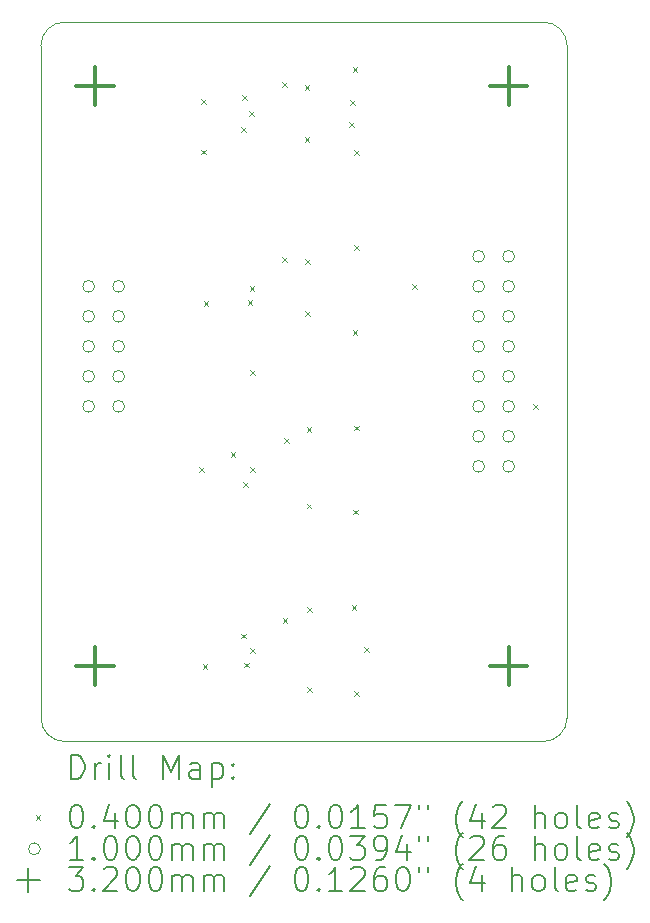
<source format=gbr>
%TF.GenerationSoftware,KiCad,Pcbnew,7.0.10*%
%TF.CreationDate,2024-06-09T22:37:09-03:00*%
%TF.ProjectId,level_translator_4ch,6c657665-6c5f-4747-9261-6e736c61746f,rev?*%
%TF.SameCoordinates,Original*%
%TF.FileFunction,Drillmap*%
%TF.FilePolarity,Positive*%
%FSLAX45Y45*%
G04 Gerber Fmt 4.5, Leading zero omitted, Abs format (unit mm)*
G04 Created by KiCad (PCBNEW 7.0.10) date 2024-06-09 22:37:09*
%MOMM*%
%LPD*%
G01*
G04 APERTURE LIST*
%ADD10C,0.100000*%
%ADD11C,0.200000*%
%ADD12C,0.320000*%
G04 APERTURE END LIST*
D10*
X11844020Y-13056260D02*
X11844020Y-7365340D01*
X16099180Y-13256260D02*
G75*
G03*
X16299180Y-13056260I0J200000D01*
G01*
X16299180Y-7365340D02*
X16299180Y-13056260D01*
X16299180Y-7365340D02*
G75*
G03*
X16099180Y-7165340I-200000J0D01*
G01*
X12044020Y-7165340D02*
X16099180Y-7165340D01*
X16099180Y-13256260D02*
X12044020Y-13256260D01*
X11844020Y-13056260D02*
G75*
G03*
X12044020Y-13256260I200000J0D01*
G01*
X12044020Y-7165340D02*
G75*
G03*
X11844020Y-7365340I0J-200000D01*
G01*
D11*
D10*
X13182920Y-10935020D02*
X13222920Y-10975020D01*
X13222920Y-10935020D02*
X13182920Y-10975020D01*
X13200700Y-8245160D02*
X13240700Y-8285160D01*
X13240700Y-8245160D02*
X13200700Y-8285160D01*
X13203240Y-7815900D02*
X13243240Y-7855900D01*
X13243240Y-7815900D02*
X13203240Y-7855900D01*
X13213400Y-12601260D02*
X13253400Y-12641260D01*
X13253400Y-12601260D02*
X13213400Y-12641260D01*
X13221020Y-9525320D02*
X13261020Y-9565320D01*
X13261020Y-9525320D02*
X13221020Y-9565320D01*
X13449620Y-10808020D02*
X13489620Y-10848020D01*
X13489620Y-10808020D02*
X13449620Y-10848020D01*
X13539790Y-12343450D02*
X13579790Y-12383450D01*
X13579790Y-12343450D02*
X13539790Y-12383450D01*
X13541060Y-8052120D02*
X13581060Y-8092120D01*
X13581060Y-8052120D02*
X13541060Y-8092120D01*
X13546140Y-7785420D02*
X13586140Y-7825420D01*
X13586140Y-7785420D02*
X13546140Y-7825420D01*
X13557570Y-11058210D02*
X13597570Y-11098210D01*
X13597570Y-11058210D02*
X13557570Y-11098210D01*
X13565190Y-12589830D02*
X13605190Y-12629830D01*
X13605190Y-12589830D02*
X13565190Y-12629830D01*
X13594400Y-9520240D02*
X13634400Y-9560240D01*
X13634400Y-9520240D02*
X13594400Y-9560240D01*
X13609640Y-7921060D02*
X13649640Y-7961060D01*
X13649640Y-7921060D02*
X13609640Y-7961060D01*
X13612180Y-9403400D02*
X13652180Y-9443400D01*
X13652180Y-9403400D02*
X13612180Y-9443400D01*
X13614720Y-10109520D02*
X13654720Y-10149520D01*
X13654720Y-10109520D02*
X13614720Y-10149520D01*
X13614720Y-10930960D02*
X13654720Y-10970960D01*
X13654720Y-10930960D02*
X13614720Y-10970960D01*
X13614720Y-12464100D02*
X13654720Y-12504100D01*
X13654720Y-12464100D02*
X13614720Y-12504100D01*
X13883960Y-7673660D02*
X13923960Y-7713660D01*
X13923960Y-7673660D02*
X13883960Y-7713660D01*
X13886500Y-9157020D02*
X13926500Y-9197020D01*
X13926500Y-9157020D02*
X13886500Y-9197020D01*
X13891580Y-12212640D02*
X13931580Y-12252640D01*
X13931580Y-12212640D02*
X13891580Y-12252640D01*
X13904280Y-10688640D02*
X13944280Y-10728640D01*
X13944280Y-10688640D02*
X13904280Y-10728640D01*
X14077000Y-7696520D02*
X14117000Y-7736520D01*
X14117000Y-7696520D02*
X14077000Y-7736520D01*
X14077000Y-8141020D02*
X14117000Y-8181020D01*
X14117000Y-8141020D02*
X14077000Y-8181020D01*
X14082080Y-9174800D02*
X14122080Y-9214800D01*
X14122080Y-9174800D02*
X14082080Y-9214800D01*
X14082080Y-9614220D02*
X14122080Y-9654220D01*
X14122080Y-9614220D02*
X14082080Y-9654220D01*
X14094780Y-10592120D02*
X14134780Y-10632120D01*
X14134780Y-10592120D02*
X14094780Y-10632120D01*
X14094780Y-11242360D02*
X14134780Y-11282360D01*
X14134780Y-11242360D02*
X14094780Y-11282360D01*
X14097320Y-12116120D02*
X14137320Y-12156120D01*
X14137320Y-12116120D02*
X14097320Y-12156120D01*
X14097320Y-12796840D02*
X14137320Y-12836840D01*
X14137320Y-12796840D02*
X14097320Y-12836840D01*
X14455460Y-8015340D02*
X14495460Y-8055340D01*
X14495460Y-8015340D02*
X14455460Y-8055340D01*
X14460540Y-7827280D02*
X14500540Y-7867280D01*
X14500540Y-7827280D02*
X14460540Y-7867280D01*
X14475780Y-12100880D02*
X14515780Y-12140880D01*
X14515780Y-12100880D02*
X14475780Y-12140880D01*
X14483400Y-7546660D02*
X14523400Y-7586660D01*
X14523400Y-7546660D02*
X14483400Y-7586660D01*
X14483400Y-9771700D02*
X14523400Y-9811700D01*
X14523400Y-9771700D02*
X14483400Y-9811700D01*
X14485940Y-11293160D02*
X14525940Y-11333160D01*
X14525940Y-11293160D02*
X14485940Y-11333160D01*
X14493560Y-8247700D02*
X14533560Y-8287700D01*
X14533560Y-8247700D02*
X14493560Y-8287700D01*
X14493560Y-9055420D02*
X14533560Y-9095420D01*
X14533560Y-9055420D02*
X14493560Y-9095420D01*
X14496100Y-10581960D02*
X14536100Y-10621960D01*
X14536100Y-10581960D02*
X14496100Y-10621960D01*
X14496100Y-12827320D02*
X14536100Y-12867320D01*
X14536100Y-12827320D02*
X14496100Y-12867320D01*
X14582460Y-12459020D02*
X14622460Y-12499020D01*
X14622460Y-12459020D02*
X14582460Y-12499020D01*
X14988860Y-9385620D02*
X15028860Y-9425620D01*
X15028860Y-9385620D02*
X14988860Y-9425620D01*
X16009940Y-10399080D02*
X16049940Y-10439080D01*
X16049940Y-10399080D02*
X16009940Y-10439080D01*
X12297880Y-9403080D02*
G75*
G03*
X12197880Y-9403080I-50000J0D01*
G01*
X12197880Y-9403080D02*
G75*
G03*
X12297880Y-9403080I50000J0D01*
G01*
X12297880Y-9657080D02*
G75*
G03*
X12197880Y-9657080I-50000J0D01*
G01*
X12197880Y-9657080D02*
G75*
G03*
X12297880Y-9657080I50000J0D01*
G01*
X12297880Y-9911080D02*
G75*
G03*
X12197880Y-9911080I-50000J0D01*
G01*
X12197880Y-9911080D02*
G75*
G03*
X12297880Y-9911080I50000J0D01*
G01*
X12297880Y-10165080D02*
G75*
G03*
X12197880Y-10165080I-50000J0D01*
G01*
X12197880Y-10165080D02*
G75*
G03*
X12297880Y-10165080I50000J0D01*
G01*
X12297880Y-10419080D02*
G75*
G03*
X12197880Y-10419080I-50000J0D01*
G01*
X12197880Y-10419080D02*
G75*
G03*
X12297880Y-10419080I50000J0D01*
G01*
X12551880Y-9403080D02*
G75*
G03*
X12451880Y-9403080I-50000J0D01*
G01*
X12451880Y-9403080D02*
G75*
G03*
X12551880Y-9403080I50000J0D01*
G01*
X12551880Y-9657080D02*
G75*
G03*
X12451880Y-9657080I-50000J0D01*
G01*
X12451880Y-9657080D02*
G75*
G03*
X12551880Y-9657080I50000J0D01*
G01*
X12551880Y-9911080D02*
G75*
G03*
X12451880Y-9911080I-50000J0D01*
G01*
X12451880Y-9911080D02*
G75*
G03*
X12551880Y-9911080I50000J0D01*
G01*
X12551880Y-10165080D02*
G75*
G03*
X12451880Y-10165080I-50000J0D01*
G01*
X12451880Y-10165080D02*
G75*
G03*
X12551880Y-10165080I50000J0D01*
G01*
X12551880Y-10419080D02*
G75*
G03*
X12451880Y-10419080I-50000J0D01*
G01*
X12451880Y-10419080D02*
G75*
G03*
X12551880Y-10419080I50000J0D01*
G01*
X15599880Y-9149080D02*
G75*
G03*
X15499880Y-9149080I-50000J0D01*
G01*
X15499880Y-9149080D02*
G75*
G03*
X15599880Y-9149080I50000J0D01*
G01*
X15599880Y-9403080D02*
G75*
G03*
X15499880Y-9403080I-50000J0D01*
G01*
X15499880Y-9403080D02*
G75*
G03*
X15599880Y-9403080I50000J0D01*
G01*
X15599880Y-9657080D02*
G75*
G03*
X15499880Y-9657080I-50000J0D01*
G01*
X15499880Y-9657080D02*
G75*
G03*
X15599880Y-9657080I50000J0D01*
G01*
X15599880Y-9911080D02*
G75*
G03*
X15499880Y-9911080I-50000J0D01*
G01*
X15499880Y-9911080D02*
G75*
G03*
X15599880Y-9911080I50000J0D01*
G01*
X15599880Y-10165080D02*
G75*
G03*
X15499880Y-10165080I-50000J0D01*
G01*
X15499880Y-10165080D02*
G75*
G03*
X15599880Y-10165080I50000J0D01*
G01*
X15599880Y-10419080D02*
G75*
G03*
X15499880Y-10419080I-50000J0D01*
G01*
X15499880Y-10419080D02*
G75*
G03*
X15599880Y-10419080I50000J0D01*
G01*
X15599880Y-10673080D02*
G75*
G03*
X15499880Y-10673080I-50000J0D01*
G01*
X15499880Y-10673080D02*
G75*
G03*
X15599880Y-10673080I50000J0D01*
G01*
X15599880Y-10927080D02*
G75*
G03*
X15499880Y-10927080I-50000J0D01*
G01*
X15499880Y-10927080D02*
G75*
G03*
X15599880Y-10927080I50000J0D01*
G01*
X15853880Y-9149080D02*
G75*
G03*
X15753880Y-9149080I-50000J0D01*
G01*
X15753880Y-9149080D02*
G75*
G03*
X15853880Y-9149080I50000J0D01*
G01*
X15853880Y-9403080D02*
G75*
G03*
X15753880Y-9403080I-50000J0D01*
G01*
X15753880Y-9403080D02*
G75*
G03*
X15853880Y-9403080I50000J0D01*
G01*
X15853880Y-9657080D02*
G75*
G03*
X15753880Y-9657080I-50000J0D01*
G01*
X15753880Y-9657080D02*
G75*
G03*
X15853880Y-9657080I50000J0D01*
G01*
X15853880Y-9911080D02*
G75*
G03*
X15753880Y-9911080I-50000J0D01*
G01*
X15753880Y-9911080D02*
G75*
G03*
X15853880Y-9911080I50000J0D01*
G01*
X15853880Y-10165080D02*
G75*
G03*
X15753880Y-10165080I-50000J0D01*
G01*
X15753880Y-10165080D02*
G75*
G03*
X15853880Y-10165080I50000J0D01*
G01*
X15853880Y-10419080D02*
G75*
G03*
X15753880Y-10419080I-50000J0D01*
G01*
X15753880Y-10419080D02*
G75*
G03*
X15853880Y-10419080I50000J0D01*
G01*
X15853880Y-10673080D02*
G75*
G03*
X15753880Y-10673080I-50000J0D01*
G01*
X15753880Y-10673080D02*
G75*
G03*
X15853880Y-10673080I50000J0D01*
G01*
X15853880Y-10927080D02*
G75*
G03*
X15753880Y-10927080I-50000J0D01*
G01*
X15753880Y-10927080D02*
G75*
G03*
X15853880Y-10927080I50000J0D01*
G01*
D12*
X12301220Y-7546360D02*
X12301220Y-7866360D01*
X12141220Y-7706360D02*
X12461220Y-7706360D01*
X12301220Y-12458720D02*
X12301220Y-12778720D01*
X12141220Y-12618720D02*
X12461220Y-12618720D01*
X15803880Y-7546360D02*
X15803880Y-7866360D01*
X15643880Y-7706360D02*
X15963880Y-7706360D01*
X15803880Y-12458720D02*
X15803880Y-12778720D01*
X15643880Y-12618720D02*
X15963880Y-12618720D01*
D11*
X12099797Y-13572744D02*
X12099797Y-13372744D01*
X12099797Y-13372744D02*
X12147416Y-13372744D01*
X12147416Y-13372744D02*
X12175987Y-13382268D01*
X12175987Y-13382268D02*
X12195035Y-13401315D01*
X12195035Y-13401315D02*
X12204559Y-13420363D01*
X12204559Y-13420363D02*
X12214082Y-13458458D01*
X12214082Y-13458458D02*
X12214082Y-13487029D01*
X12214082Y-13487029D02*
X12204559Y-13525125D01*
X12204559Y-13525125D02*
X12195035Y-13544172D01*
X12195035Y-13544172D02*
X12175987Y-13563220D01*
X12175987Y-13563220D02*
X12147416Y-13572744D01*
X12147416Y-13572744D02*
X12099797Y-13572744D01*
X12299797Y-13572744D02*
X12299797Y-13439410D01*
X12299797Y-13477506D02*
X12309321Y-13458458D01*
X12309321Y-13458458D02*
X12318844Y-13448934D01*
X12318844Y-13448934D02*
X12337892Y-13439410D01*
X12337892Y-13439410D02*
X12356940Y-13439410D01*
X12423606Y-13572744D02*
X12423606Y-13439410D01*
X12423606Y-13372744D02*
X12414082Y-13382268D01*
X12414082Y-13382268D02*
X12423606Y-13391791D01*
X12423606Y-13391791D02*
X12433130Y-13382268D01*
X12433130Y-13382268D02*
X12423606Y-13372744D01*
X12423606Y-13372744D02*
X12423606Y-13391791D01*
X12547416Y-13572744D02*
X12528368Y-13563220D01*
X12528368Y-13563220D02*
X12518844Y-13544172D01*
X12518844Y-13544172D02*
X12518844Y-13372744D01*
X12652178Y-13572744D02*
X12633130Y-13563220D01*
X12633130Y-13563220D02*
X12623606Y-13544172D01*
X12623606Y-13544172D02*
X12623606Y-13372744D01*
X12880749Y-13572744D02*
X12880749Y-13372744D01*
X12880749Y-13372744D02*
X12947416Y-13515601D01*
X12947416Y-13515601D02*
X13014082Y-13372744D01*
X13014082Y-13372744D02*
X13014082Y-13572744D01*
X13195035Y-13572744D02*
X13195035Y-13467982D01*
X13195035Y-13467982D02*
X13185511Y-13448934D01*
X13185511Y-13448934D02*
X13166463Y-13439410D01*
X13166463Y-13439410D02*
X13128368Y-13439410D01*
X13128368Y-13439410D02*
X13109321Y-13448934D01*
X13195035Y-13563220D02*
X13175987Y-13572744D01*
X13175987Y-13572744D02*
X13128368Y-13572744D01*
X13128368Y-13572744D02*
X13109321Y-13563220D01*
X13109321Y-13563220D02*
X13099797Y-13544172D01*
X13099797Y-13544172D02*
X13099797Y-13525125D01*
X13099797Y-13525125D02*
X13109321Y-13506077D01*
X13109321Y-13506077D02*
X13128368Y-13496553D01*
X13128368Y-13496553D02*
X13175987Y-13496553D01*
X13175987Y-13496553D02*
X13195035Y-13487029D01*
X13290273Y-13439410D02*
X13290273Y-13639410D01*
X13290273Y-13448934D02*
X13309321Y-13439410D01*
X13309321Y-13439410D02*
X13347416Y-13439410D01*
X13347416Y-13439410D02*
X13366463Y-13448934D01*
X13366463Y-13448934D02*
X13375987Y-13458458D01*
X13375987Y-13458458D02*
X13385511Y-13477506D01*
X13385511Y-13477506D02*
X13385511Y-13534648D01*
X13385511Y-13534648D02*
X13375987Y-13553696D01*
X13375987Y-13553696D02*
X13366463Y-13563220D01*
X13366463Y-13563220D02*
X13347416Y-13572744D01*
X13347416Y-13572744D02*
X13309321Y-13572744D01*
X13309321Y-13572744D02*
X13290273Y-13563220D01*
X13471225Y-13553696D02*
X13480749Y-13563220D01*
X13480749Y-13563220D02*
X13471225Y-13572744D01*
X13471225Y-13572744D02*
X13461702Y-13563220D01*
X13461702Y-13563220D02*
X13471225Y-13553696D01*
X13471225Y-13553696D02*
X13471225Y-13572744D01*
X13471225Y-13448934D02*
X13480749Y-13458458D01*
X13480749Y-13458458D02*
X13471225Y-13467982D01*
X13471225Y-13467982D02*
X13461702Y-13458458D01*
X13461702Y-13458458D02*
X13471225Y-13448934D01*
X13471225Y-13448934D02*
X13471225Y-13467982D01*
D10*
X11799020Y-13881260D02*
X11839020Y-13921260D01*
X11839020Y-13881260D02*
X11799020Y-13921260D01*
D11*
X12137892Y-13792744D02*
X12156940Y-13792744D01*
X12156940Y-13792744D02*
X12175987Y-13802268D01*
X12175987Y-13802268D02*
X12185511Y-13811791D01*
X12185511Y-13811791D02*
X12195035Y-13830839D01*
X12195035Y-13830839D02*
X12204559Y-13868934D01*
X12204559Y-13868934D02*
X12204559Y-13916553D01*
X12204559Y-13916553D02*
X12195035Y-13954648D01*
X12195035Y-13954648D02*
X12185511Y-13973696D01*
X12185511Y-13973696D02*
X12175987Y-13983220D01*
X12175987Y-13983220D02*
X12156940Y-13992744D01*
X12156940Y-13992744D02*
X12137892Y-13992744D01*
X12137892Y-13992744D02*
X12118844Y-13983220D01*
X12118844Y-13983220D02*
X12109321Y-13973696D01*
X12109321Y-13973696D02*
X12099797Y-13954648D01*
X12099797Y-13954648D02*
X12090273Y-13916553D01*
X12090273Y-13916553D02*
X12090273Y-13868934D01*
X12090273Y-13868934D02*
X12099797Y-13830839D01*
X12099797Y-13830839D02*
X12109321Y-13811791D01*
X12109321Y-13811791D02*
X12118844Y-13802268D01*
X12118844Y-13802268D02*
X12137892Y-13792744D01*
X12290273Y-13973696D02*
X12299797Y-13983220D01*
X12299797Y-13983220D02*
X12290273Y-13992744D01*
X12290273Y-13992744D02*
X12280749Y-13983220D01*
X12280749Y-13983220D02*
X12290273Y-13973696D01*
X12290273Y-13973696D02*
X12290273Y-13992744D01*
X12471225Y-13859410D02*
X12471225Y-13992744D01*
X12423606Y-13783220D02*
X12375987Y-13926077D01*
X12375987Y-13926077D02*
X12499797Y-13926077D01*
X12614082Y-13792744D02*
X12633130Y-13792744D01*
X12633130Y-13792744D02*
X12652178Y-13802268D01*
X12652178Y-13802268D02*
X12661702Y-13811791D01*
X12661702Y-13811791D02*
X12671225Y-13830839D01*
X12671225Y-13830839D02*
X12680749Y-13868934D01*
X12680749Y-13868934D02*
X12680749Y-13916553D01*
X12680749Y-13916553D02*
X12671225Y-13954648D01*
X12671225Y-13954648D02*
X12661702Y-13973696D01*
X12661702Y-13973696D02*
X12652178Y-13983220D01*
X12652178Y-13983220D02*
X12633130Y-13992744D01*
X12633130Y-13992744D02*
X12614082Y-13992744D01*
X12614082Y-13992744D02*
X12595035Y-13983220D01*
X12595035Y-13983220D02*
X12585511Y-13973696D01*
X12585511Y-13973696D02*
X12575987Y-13954648D01*
X12575987Y-13954648D02*
X12566463Y-13916553D01*
X12566463Y-13916553D02*
X12566463Y-13868934D01*
X12566463Y-13868934D02*
X12575987Y-13830839D01*
X12575987Y-13830839D02*
X12585511Y-13811791D01*
X12585511Y-13811791D02*
X12595035Y-13802268D01*
X12595035Y-13802268D02*
X12614082Y-13792744D01*
X12804559Y-13792744D02*
X12823606Y-13792744D01*
X12823606Y-13792744D02*
X12842654Y-13802268D01*
X12842654Y-13802268D02*
X12852178Y-13811791D01*
X12852178Y-13811791D02*
X12861702Y-13830839D01*
X12861702Y-13830839D02*
X12871225Y-13868934D01*
X12871225Y-13868934D02*
X12871225Y-13916553D01*
X12871225Y-13916553D02*
X12861702Y-13954648D01*
X12861702Y-13954648D02*
X12852178Y-13973696D01*
X12852178Y-13973696D02*
X12842654Y-13983220D01*
X12842654Y-13983220D02*
X12823606Y-13992744D01*
X12823606Y-13992744D02*
X12804559Y-13992744D01*
X12804559Y-13992744D02*
X12785511Y-13983220D01*
X12785511Y-13983220D02*
X12775987Y-13973696D01*
X12775987Y-13973696D02*
X12766463Y-13954648D01*
X12766463Y-13954648D02*
X12756940Y-13916553D01*
X12756940Y-13916553D02*
X12756940Y-13868934D01*
X12756940Y-13868934D02*
X12766463Y-13830839D01*
X12766463Y-13830839D02*
X12775987Y-13811791D01*
X12775987Y-13811791D02*
X12785511Y-13802268D01*
X12785511Y-13802268D02*
X12804559Y-13792744D01*
X12956940Y-13992744D02*
X12956940Y-13859410D01*
X12956940Y-13878458D02*
X12966463Y-13868934D01*
X12966463Y-13868934D02*
X12985511Y-13859410D01*
X12985511Y-13859410D02*
X13014083Y-13859410D01*
X13014083Y-13859410D02*
X13033130Y-13868934D01*
X13033130Y-13868934D02*
X13042654Y-13887982D01*
X13042654Y-13887982D02*
X13042654Y-13992744D01*
X13042654Y-13887982D02*
X13052178Y-13868934D01*
X13052178Y-13868934D02*
X13071225Y-13859410D01*
X13071225Y-13859410D02*
X13099797Y-13859410D01*
X13099797Y-13859410D02*
X13118844Y-13868934D01*
X13118844Y-13868934D02*
X13128368Y-13887982D01*
X13128368Y-13887982D02*
X13128368Y-13992744D01*
X13223606Y-13992744D02*
X13223606Y-13859410D01*
X13223606Y-13878458D02*
X13233130Y-13868934D01*
X13233130Y-13868934D02*
X13252178Y-13859410D01*
X13252178Y-13859410D02*
X13280749Y-13859410D01*
X13280749Y-13859410D02*
X13299797Y-13868934D01*
X13299797Y-13868934D02*
X13309321Y-13887982D01*
X13309321Y-13887982D02*
X13309321Y-13992744D01*
X13309321Y-13887982D02*
X13318844Y-13868934D01*
X13318844Y-13868934D02*
X13337892Y-13859410D01*
X13337892Y-13859410D02*
X13366463Y-13859410D01*
X13366463Y-13859410D02*
X13385511Y-13868934D01*
X13385511Y-13868934D02*
X13395035Y-13887982D01*
X13395035Y-13887982D02*
X13395035Y-13992744D01*
X13785511Y-13783220D02*
X13614083Y-14040363D01*
X14042654Y-13792744D02*
X14061702Y-13792744D01*
X14061702Y-13792744D02*
X14080749Y-13802268D01*
X14080749Y-13802268D02*
X14090273Y-13811791D01*
X14090273Y-13811791D02*
X14099797Y-13830839D01*
X14099797Y-13830839D02*
X14109321Y-13868934D01*
X14109321Y-13868934D02*
X14109321Y-13916553D01*
X14109321Y-13916553D02*
X14099797Y-13954648D01*
X14099797Y-13954648D02*
X14090273Y-13973696D01*
X14090273Y-13973696D02*
X14080749Y-13983220D01*
X14080749Y-13983220D02*
X14061702Y-13992744D01*
X14061702Y-13992744D02*
X14042654Y-13992744D01*
X14042654Y-13992744D02*
X14023606Y-13983220D01*
X14023606Y-13983220D02*
X14014083Y-13973696D01*
X14014083Y-13973696D02*
X14004559Y-13954648D01*
X14004559Y-13954648D02*
X13995035Y-13916553D01*
X13995035Y-13916553D02*
X13995035Y-13868934D01*
X13995035Y-13868934D02*
X14004559Y-13830839D01*
X14004559Y-13830839D02*
X14014083Y-13811791D01*
X14014083Y-13811791D02*
X14023606Y-13802268D01*
X14023606Y-13802268D02*
X14042654Y-13792744D01*
X14195035Y-13973696D02*
X14204559Y-13983220D01*
X14204559Y-13983220D02*
X14195035Y-13992744D01*
X14195035Y-13992744D02*
X14185511Y-13983220D01*
X14185511Y-13983220D02*
X14195035Y-13973696D01*
X14195035Y-13973696D02*
X14195035Y-13992744D01*
X14328368Y-13792744D02*
X14347416Y-13792744D01*
X14347416Y-13792744D02*
X14366464Y-13802268D01*
X14366464Y-13802268D02*
X14375987Y-13811791D01*
X14375987Y-13811791D02*
X14385511Y-13830839D01*
X14385511Y-13830839D02*
X14395035Y-13868934D01*
X14395035Y-13868934D02*
X14395035Y-13916553D01*
X14395035Y-13916553D02*
X14385511Y-13954648D01*
X14385511Y-13954648D02*
X14375987Y-13973696D01*
X14375987Y-13973696D02*
X14366464Y-13983220D01*
X14366464Y-13983220D02*
X14347416Y-13992744D01*
X14347416Y-13992744D02*
X14328368Y-13992744D01*
X14328368Y-13992744D02*
X14309321Y-13983220D01*
X14309321Y-13983220D02*
X14299797Y-13973696D01*
X14299797Y-13973696D02*
X14290273Y-13954648D01*
X14290273Y-13954648D02*
X14280749Y-13916553D01*
X14280749Y-13916553D02*
X14280749Y-13868934D01*
X14280749Y-13868934D02*
X14290273Y-13830839D01*
X14290273Y-13830839D02*
X14299797Y-13811791D01*
X14299797Y-13811791D02*
X14309321Y-13802268D01*
X14309321Y-13802268D02*
X14328368Y-13792744D01*
X14585511Y-13992744D02*
X14471226Y-13992744D01*
X14528368Y-13992744D02*
X14528368Y-13792744D01*
X14528368Y-13792744D02*
X14509321Y-13821315D01*
X14509321Y-13821315D02*
X14490273Y-13840363D01*
X14490273Y-13840363D02*
X14471226Y-13849887D01*
X14766464Y-13792744D02*
X14671226Y-13792744D01*
X14671226Y-13792744D02*
X14661702Y-13887982D01*
X14661702Y-13887982D02*
X14671226Y-13878458D01*
X14671226Y-13878458D02*
X14690273Y-13868934D01*
X14690273Y-13868934D02*
X14737892Y-13868934D01*
X14737892Y-13868934D02*
X14756940Y-13878458D01*
X14756940Y-13878458D02*
X14766464Y-13887982D01*
X14766464Y-13887982D02*
X14775987Y-13907029D01*
X14775987Y-13907029D02*
X14775987Y-13954648D01*
X14775987Y-13954648D02*
X14766464Y-13973696D01*
X14766464Y-13973696D02*
X14756940Y-13983220D01*
X14756940Y-13983220D02*
X14737892Y-13992744D01*
X14737892Y-13992744D02*
X14690273Y-13992744D01*
X14690273Y-13992744D02*
X14671226Y-13983220D01*
X14671226Y-13983220D02*
X14661702Y-13973696D01*
X14842654Y-13792744D02*
X14975987Y-13792744D01*
X14975987Y-13792744D02*
X14890273Y-13992744D01*
X15042654Y-13792744D02*
X15042654Y-13830839D01*
X15118845Y-13792744D02*
X15118845Y-13830839D01*
X15414083Y-14068934D02*
X15404559Y-14059410D01*
X15404559Y-14059410D02*
X15385511Y-14030839D01*
X15385511Y-14030839D02*
X15375988Y-14011791D01*
X15375988Y-14011791D02*
X15366464Y-13983220D01*
X15366464Y-13983220D02*
X15356940Y-13935601D01*
X15356940Y-13935601D02*
X15356940Y-13897506D01*
X15356940Y-13897506D02*
X15366464Y-13849887D01*
X15366464Y-13849887D02*
X15375988Y-13821315D01*
X15375988Y-13821315D02*
X15385511Y-13802268D01*
X15385511Y-13802268D02*
X15404559Y-13773696D01*
X15404559Y-13773696D02*
X15414083Y-13764172D01*
X15575988Y-13859410D02*
X15575988Y-13992744D01*
X15528368Y-13783220D02*
X15480749Y-13926077D01*
X15480749Y-13926077D02*
X15604559Y-13926077D01*
X15671226Y-13811791D02*
X15680749Y-13802268D01*
X15680749Y-13802268D02*
X15699797Y-13792744D01*
X15699797Y-13792744D02*
X15747416Y-13792744D01*
X15747416Y-13792744D02*
X15766464Y-13802268D01*
X15766464Y-13802268D02*
X15775988Y-13811791D01*
X15775988Y-13811791D02*
X15785511Y-13830839D01*
X15785511Y-13830839D02*
X15785511Y-13849887D01*
X15785511Y-13849887D02*
X15775988Y-13878458D01*
X15775988Y-13878458D02*
X15661702Y-13992744D01*
X15661702Y-13992744D02*
X15785511Y-13992744D01*
X16023607Y-13992744D02*
X16023607Y-13792744D01*
X16109321Y-13992744D02*
X16109321Y-13887982D01*
X16109321Y-13887982D02*
X16099797Y-13868934D01*
X16099797Y-13868934D02*
X16080750Y-13859410D01*
X16080750Y-13859410D02*
X16052178Y-13859410D01*
X16052178Y-13859410D02*
X16033130Y-13868934D01*
X16033130Y-13868934D02*
X16023607Y-13878458D01*
X16233130Y-13992744D02*
X16214083Y-13983220D01*
X16214083Y-13983220D02*
X16204559Y-13973696D01*
X16204559Y-13973696D02*
X16195035Y-13954648D01*
X16195035Y-13954648D02*
X16195035Y-13897506D01*
X16195035Y-13897506D02*
X16204559Y-13878458D01*
X16204559Y-13878458D02*
X16214083Y-13868934D01*
X16214083Y-13868934D02*
X16233130Y-13859410D01*
X16233130Y-13859410D02*
X16261702Y-13859410D01*
X16261702Y-13859410D02*
X16280750Y-13868934D01*
X16280750Y-13868934D02*
X16290273Y-13878458D01*
X16290273Y-13878458D02*
X16299797Y-13897506D01*
X16299797Y-13897506D02*
X16299797Y-13954648D01*
X16299797Y-13954648D02*
X16290273Y-13973696D01*
X16290273Y-13973696D02*
X16280750Y-13983220D01*
X16280750Y-13983220D02*
X16261702Y-13992744D01*
X16261702Y-13992744D02*
X16233130Y-13992744D01*
X16414083Y-13992744D02*
X16395035Y-13983220D01*
X16395035Y-13983220D02*
X16385511Y-13964172D01*
X16385511Y-13964172D02*
X16385511Y-13792744D01*
X16566464Y-13983220D02*
X16547416Y-13992744D01*
X16547416Y-13992744D02*
X16509321Y-13992744D01*
X16509321Y-13992744D02*
X16490273Y-13983220D01*
X16490273Y-13983220D02*
X16480750Y-13964172D01*
X16480750Y-13964172D02*
X16480750Y-13887982D01*
X16480750Y-13887982D02*
X16490273Y-13868934D01*
X16490273Y-13868934D02*
X16509321Y-13859410D01*
X16509321Y-13859410D02*
X16547416Y-13859410D01*
X16547416Y-13859410D02*
X16566464Y-13868934D01*
X16566464Y-13868934D02*
X16575988Y-13887982D01*
X16575988Y-13887982D02*
X16575988Y-13907029D01*
X16575988Y-13907029D02*
X16480750Y-13926077D01*
X16652178Y-13983220D02*
X16671226Y-13992744D01*
X16671226Y-13992744D02*
X16709321Y-13992744D01*
X16709321Y-13992744D02*
X16728369Y-13983220D01*
X16728369Y-13983220D02*
X16737892Y-13964172D01*
X16737892Y-13964172D02*
X16737892Y-13954648D01*
X16737892Y-13954648D02*
X16728369Y-13935601D01*
X16728369Y-13935601D02*
X16709321Y-13926077D01*
X16709321Y-13926077D02*
X16680750Y-13926077D01*
X16680750Y-13926077D02*
X16661702Y-13916553D01*
X16661702Y-13916553D02*
X16652178Y-13897506D01*
X16652178Y-13897506D02*
X16652178Y-13887982D01*
X16652178Y-13887982D02*
X16661702Y-13868934D01*
X16661702Y-13868934D02*
X16680750Y-13859410D01*
X16680750Y-13859410D02*
X16709321Y-13859410D01*
X16709321Y-13859410D02*
X16728369Y-13868934D01*
X16804559Y-14068934D02*
X16814083Y-14059410D01*
X16814083Y-14059410D02*
X16833131Y-14030839D01*
X16833131Y-14030839D02*
X16842654Y-14011791D01*
X16842654Y-14011791D02*
X16852178Y-13983220D01*
X16852178Y-13983220D02*
X16861702Y-13935601D01*
X16861702Y-13935601D02*
X16861702Y-13897506D01*
X16861702Y-13897506D02*
X16852178Y-13849887D01*
X16852178Y-13849887D02*
X16842654Y-13821315D01*
X16842654Y-13821315D02*
X16833131Y-13802268D01*
X16833131Y-13802268D02*
X16814083Y-13773696D01*
X16814083Y-13773696D02*
X16804559Y-13764172D01*
D10*
X11839020Y-14165260D02*
G75*
G03*
X11739020Y-14165260I-50000J0D01*
G01*
X11739020Y-14165260D02*
G75*
G03*
X11839020Y-14165260I50000J0D01*
G01*
D11*
X12204559Y-14256744D02*
X12090273Y-14256744D01*
X12147416Y-14256744D02*
X12147416Y-14056744D01*
X12147416Y-14056744D02*
X12128368Y-14085315D01*
X12128368Y-14085315D02*
X12109321Y-14104363D01*
X12109321Y-14104363D02*
X12090273Y-14113887D01*
X12290273Y-14237696D02*
X12299797Y-14247220D01*
X12299797Y-14247220D02*
X12290273Y-14256744D01*
X12290273Y-14256744D02*
X12280749Y-14247220D01*
X12280749Y-14247220D02*
X12290273Y-14237696D01*
X12290273Y-14237696D02*
X12290273Y-14256744D01*
X12423606Y-14056744D02*
X12442654Y-14056744D01*
X12442654Y-14056744D02*
X12461702Y-14066268D01*
X12461702Y-14066268D02*
X12471225Y-14075791D01*
X12471225Y-14075791D02*
X12480749Y-14094839D01*
X12480749Y-14094839D02*
X12490273Y-14132934D01*
X12490273Y-14132934D02*
X12490273Y-14180553D01*
X12490273Y-14180553D02*
X12480749Y-14218648D01*
X12480749Y-14218648D02*
X12471225Y-14237696D01*
X12471225Y-14237696D02*
X12461702Y-14247220D01*
X12461702Y-14247220D02*
X12442654Y-14256744D01*
X12442654Y-14256744D02*
X12423606Y-14256744D01*
X12423606Y-14256744D02*
X12404559Y-14247220D01*
X12404559Y-14247220D02*
X12395035Y-14237696D01*
X12395035Y-14237696D02*
X12385511Y-14218648D01*
X12385511Y-14218648D02*
X12375987Y-14180553D01*
X12375987Y-14180553D02*
X12375987Y-14132934D01*
X12375987Y-14132934D02*
X12385511Y-14094839D01*
X12385511Y-14094839D02*
X12395035Y-14075791D01*
X12395035Y-14075791D02*
X12404559Y-14066268D01*
X12404559Y-14066268D02*
X12423606Y-14056744D01*
X12614082Y-14056744D02*
X12633130Y-14056744D01*
X12633130Y-14056744D02*
X12652178Y-14066268D01*
X12652178Y-14066268D02*
X12661702Y-14075791D01*
X12661702Y-14075791D02*
X12671225Y-14094839D01*
X12671225Y-14094839D02*
X12680749Y-14132934D01*
X12680749Y-14132934D02*
X12680749Y-14180553D01*
X12680749Y-14180553D02*
X12671225Y-14218648D01*
X12671225Y-14218648D02*
X12661702Y-14237696D01*
X12661702Y-14237696D02*
X12652178Y-14247220D01*
X12652178Y-14247220D02*
X12633130Y-14256744D01*
X12633130Y-14256744D02*
X12614082Y-14256744D01*
X12614082Y-14256744D02*
X12595035Y-14247220D01*
X12595035Y-14247220D02*
X12585511Y-14237696D01*
X12585511Y-14237696D02*
X12575987Y-14218648D01*
X12575987Y-14218648D02*
X12566463Y-14180553D01*
X12566463Y-14180553D02*
X12566463Y-14132934D01*
X12566463Y-14132934D02*
X12575987Y-14094839D01*
X12575987Y-14094839D02*
X12585511Y-14075791D01*
X12585511Y-14075791D02*
X12595035Y-14066268D01*
X12595035Y-14066268D02*
X12614082Y-14056744D01*
X12804559Y-14056744D02*
X12823606Y-14056744D01*
X12823606Y-14056744D02*
X12842654Y-14066268D01*
X12842654Y-14066268D02*
X12852178Y-14075791D01*
X12852178Y-14075791D02*
X12861702Y-14094839D01*
X12861702Y-14094839D02*
X12871225Y-14132934D01*
X12871225Y-14132934D02*
X12871225Y-14180553D01*
X12871225Y-14180553D02*
X12861702Y-14218648D01*
X12861702Y-14218648D02*
X12852178Y-14237696D01*
X12852178Y-14237696D02*
X12842654Y-14247220D01*
X12842654Y-14247220D02*
X12823606Y-14256744D01*
X12823606Y-14256744D02*
X12804559Y-14256744D01*
X12804559Y-14256744D02*
X12785511Y-14247220D01*
X12785511Y-14247220D02*
X12775987Y-14237696D01*
X12775987Y-14237696D02*
X12766463Y-14218648D01*
X12766463Y-14218648D02*
X12756940Y-14180553D01*
X12756940Y-14180553D02*
X12756940Y-14132934D01*
X12756940Y-14132934D02*
X12766463Y-14094839D01*
X12766463Y-14094839D02*
X12775987Y-14075791D01*
X12775987Y-14075791D02*
X12785511Y-14066268D01*
X12785511Y-14066268D02*
X12804559Y-14056744D01*
X12956940Y-14256744D02*
X12956940Y-14123410D01*
X12956940Y-14142458D02*
X12966463Y-14132934D01*
X12966463Y-14132934D02*
X12985511Y-14123410D01*
X12985511Y-14123410D02*
X13014083Y-14123410D01*
X13014083Y-14123410D02*
X13033130Y-14132934D01*
X13033130Y-14132934D02*
X13042654Y-14151982D01*
X13042654Y-14151982D02*
X13042654Y-14256744D01*
X13042654Y-14151982D02*
X13052178Y-14132934D01*
X13052178Y-14132934D02*
X13071225Y-14123410D01*
X13071225Y-14123410D02*
X13099797Y-14123410D01*
X13099797Y-14123410D02*
X13118844Y-14132934D01*
X13118844Y-14132934D02*
X13128368Y-14151982D01*
X13128368Y-14151982D02*
X13128368Y-14256744D01*
X13223606Y-14256744D02*
X13223606Y-14123410D01*
X13223606Y-14142458D02*
X13233130Y-14132934D01*
X13233130Y-14132934D02*
X13252178Y-14123410D01*
X13252178Y-14123410D02*
X13280749Y-14123410D01*
X13280749Y-14123410D02*
X13299797Y-14132934D01*
X13299797Y-14132934D02*
X13309321Y-14151982D01*
X13309321Y-14151982D02*
X13309321Y-14256744D01*
X13309321Y-14151982D02*
X13318844Y-14132934D01*
X13318844Y-14132934D02*
X13337892Y-14123410D01*
X13337892Y-14123410D02*
X13366463Y-14123410D01*
X13366463Y-14123410D02*
X13385511Y-14132934D01*
X13385511Y-14132934D02*
X13395035Y-14151982D01*
X13395035Y-14151982D02*
X13395035Y-14256744D01*
X13785511Y-14047220D02*
X13614083Y-14304363D01*
X14042654Y-14056744D02*
X14061702Y-14056744D01*
X14061702Y-14056744D02*
X14080749Y-14066268D01*
X14080749Y-14066268D02*
X14090273Y-14075791D01*
X14090273Y-14075791D02*
X14099797Y-14094839D01*
X14099797Y-14094839D02*
X14109321Y-14132934D01*
X14109321Y-14132934D02*
X14109321Y-14180553D01*
X14109321Y-14180553D02*
X14099797Y-14218648D01*
X14099797Y-14218648D02*
X14090273Y-14237696D01*
X14090273Y-14237696D02*
X14080749Y-14247220D01*
X14080749Y-14247220D02*
X14061702Y-14256744D01*
X14061702Y-14256744D02*
X14042654Y-14256744D01*
X14042654Y-14256744D02*
X14023606Y-14247220D01*
X14023606Y-14247220D02*
X14014083Y-14237696D01*
X14014083Y-14237696D02*
X14004559Y-14218648D01*
X14004559Y-14218648D02*
X13995035Y-14180553D01*
X13995035Y-14180553D02*
X13995035Y-14132934D01*
X13995035Y-14132934D02*
X14004559Y-14094839D01*
X14004559Y-14094839D02*
X14014083Y-14075791D01*
X14014083Y-14075791D02*
X14023606Y-14066268D01*
X14023606Y-14066268D02*
X14042654Y-14056744D01*
X14195035Y-14237696D02*
X14204559Y-14247220D01*
X14204559Y-14247220D02*
X14195035Y-14256744D01*
X14195035Y-14256744D02*
X14185511Y-14247220D01*
X14185511Y-14247220D02*
X14195035Y-14237696D01*
X14195035Y-14237696D02*
X14195035Y-14256744D01*
X14328368Y-14056744D02*
X14347416Y-14056744D01*
X14347416Y-14056744D02*
X14366464Y-14066268D01*
X14366464Y-14066268D02*
X14375987Y-14075791D01*
X14375987Y-14075791D02*
X14385511Y-14094839D01*
X14385511Y-14094839D02*
X14395035Y-14132934D01*
X14395035Y-14132934D02*
X14395035Y-14180553D01*
X14395035Y-14180553D02*
X14385511Y-14218648D01*
X14385511Y-14218648D02*
X14375987Y-14237696D01*
X14375987Y-14237696D02*
X14366464Y-14247220D01*
X14366464Y-14247220D02*
X14347416Y-14256744D01*
X14347416Y-14256744D02*
X14328368Y-14256744D01*
X14328368Y-14256744D02*
X14309321Y-14247220D01*
X14309321Y-14247220D02*
X14299797Y-14237696D01*
X14299797Y-14237696D02*
X14290273Y-14218648D01*
X14290273Y-14218648D02*
X14280749Y-14180553D01*
X14280749Y-14180553D02*
X14280749Y-14132934D01*
X14280749Y-14132934D02*
X14290273Y-14094839D01*
X14290273Y-14094839D02*
X14299797Y-14075791D01*
X14299797Y-14075791D02*
X14309321Y-14066268D01*
X14309321Y-14066268D02*
X14328368Y-14056744D01*
X14461702Y-14056744D02*
X14585511Y-14056744D01*
X14585511Y-14056744D02*
X14518845Y-14132934D01*
X14518845Y-14132934D02*
X14547416Y-14132934D01*
X14547416Y-14132934D02*
X14566464Y-14142458D01*
X14566464Y-14142458D02*
X14575987Y-14151982D01*
X14575987Y-14151982D02*
X14585511Y-14171029D01*
X14585511Y-14171029D02*
X14585511Y-14218648D01*
X14585511Y-14218648D02*
X14575987Y-14237696D01*
X14575987Y-14237696D02*
X14566464Y-14247220D01*
X14566464Y-14247220D02*
X14547416Y-14256744D01*
X14547416Y-14256744D02*
X14490273Y-14256744D01*
X14490273Y-14256744D02*
X14471226Y-14247220D01*
X14471226Y-14247220D02*
X14461702Y-14237696D01*
X14680749Y-14256744D02*
X14718845Y-14256744D01*
X14718845Y-14256744D02*
X14737892Y-14247220D01*
X14737892Y-14247220D02*
X14747416Y-14237696D01*
X14747416Y-14237696D02*
X14766464Y-14209125D01*
X14766464Y-14209125D02*
X14775987Y-14171029D01*
X14775987Y-14171029D02*
X14775987Y-14094839D01*
X14775987Y-14094839D02*
X14766464Y-14075791D01*
X14766464Y-14075791D02*
X14756940Y-14066268D01*
X14756940Y-14066268D02*
X14737892Y-14056744D01*
X14737892Y-14056744D02*
X14699797Y-14056744D01*
X14699797Y-14056744D02*
X14680749Y-14066268D01*
X14680749Y-14066268D02*
X14671226Y-14075791D01*
X14671226Y-14075791D02*
X14661702Y-14094839D01*
X14661702Y-14094839D02*
X14661702Y-14142458D01*
X14661702Y-14142458D02*
X14671226Y-14161506D01*
X14671226Y-14161506D02*
X14680749Y-14171029D01*
X14680749Y-14171029D02*
X14699797Y-14180553D01*
X14699797Y-14180553D02*
X14737892Y-14180553D01*
X14737892Y-14180553D02*
X14756940Y-14171029D01*
X14756940Y-14171029D02*
X14766464Y-14161506D01*
X14766464Y-14161506D02*
X14775987Y-14142458D01*
X14947416Y-14123410D02*
X14947416Y-14256744D01*
X14899797Y-14047220D02*
X14852178Y-14190077D01*
X14852178Y-14190077D02*
X14975987Y-14190077D01*
X15042654Y-14056744D02*
X15042654Y-14094839D01*
X15118845Y-14056744D02*
X15118845Y-14094839D01*
X15414083Y-14332934D02*
X15404559Y-14323410D01*
X15404559Y-14323410D02*
X15385511Y-14294839D01*
X15385511Y-14294839D02*
X15375988Y-14275791D01*
X15375988Y-14275791D02*
X15366464Y-14247220D01*
X15366464Y-14247220D02*
X15356940Y-14199601D01*
X15356940Y-14199601D02*
X15356940Y-14161506D01*
X15356940Y-14161506D02*
X15366464Y-14113887D01*
X15366464Y-14113887D02*
X15375988Y-14085315D01*
X15375988Y-14085315D02*
X15385511Y-14066268D01*
X15385511Y-14066268D02*
X15404559Y-14037696D01*
X15404559Y-14037696D02*
X15414083Y-14028172D01*
X15480749Y-14075791D02*
X15490273Y-14066268D01*
X15490273Y-14066268D02*
X15509321Y-14056744D01*
X15509321Y-14056744D02*
X15556940Y-14056744D01*
X15556940Y-14056744D02*
X15575988Y-14066268D01*
X15575988Y-14066268D02*
X15585511Y-14075791D01*
X15585511Y-14075791D02*
X15595035Y-14094839D01*
X15595035Y-14094839D02*
X15595035Y-14113887D01*
X15595035Y-14113887D02*
X15585511Y-14142458D01*
X15585511Y-14142458D02*
X15471226Y-14256744D01*
X15471226Y-14256744D02*
X15595035Y-14256744D01*
X15766464Y-14056744D02*
X15728368Y-14056744D01*
X15728368Y-14056744D02*
X15709321Y-14066268D01*
X15709321Y-14066268D02*
X15699797Y-14075791D01*
X15699797Y-14075791D02*
X15680749Y-14104363D01*
X15680749Y-14104363D02*
X15671226Y-14142458D01*
X15671226Y-14142458D02*
X15671226Y-14218648D01*
X15671226Y-14218648D02*
X15680749Y-14237696D01*
X15680749Y-14237696D02*
X15690273Y-14247220D01*
X15690273Y-14247220D02*
X15709321Y-14256744D01*
X15709321Y-14256744D02*
X15747416Y-14256744D01*
X15747416Y-14256744D02*
X15766464Y-14247220D01*
X15766464Y-14247220D02*
X15775988Y-14237696D01*
X15775988Y-14237696D02*
X15785511Y-14218648D01*
X15785511Y-14218648D02*
X15785511Y-14171029D01*
X15785511Y-14171029D02*
X15775988Y-14151982D01*
X15775988Y-14151982D02*
X15766464Y-14142458D01*
X15766464Y-14142458D02*
X15747416Y-14132934D01*
X15747416Y-14132934D02*
X15709321Y-14132934D01*
X15709321Y-14132934D02*
X15690273Y-14142458D01*
X15690273Y-14142458D02*
X15680749Y-14151982D01*
X15680749Y-14151982D02*
X15671226Y-14171029D01*
X16023607Y-14256744D02*
X16023607Y-14056744D01*
X16109321Y-14256744D02*
X16109321Y-14151982D01*
X16109321Y-14151982D02*
X16099797Y-14132934D01*
X16099797Y-14132934D02*
X16080750Y-14123410D01*
X16080750Y-14123410D02*
X16052178Y-14123410D01*
X16052178Y-14123410D02*
X16033130Y-14132934D01*
X16033130Y-14132934D02*
X16023607Y-14142458D01*
X16233130Y-14256744D02*
X16214083Y-14247220D01*
X16214083Y-14247220D02*
X16204559Y-14237696D01*
X16204559Y-14237696D02*
X16195035Y-14218648D01*
X16195035Y-14218648D02*
X16195035Y-14161506D01*
X16195035Y-14161506D02*
X16204559Y-14142458D01*
X16204559Y-14142458D02*
X16214083Y-14132934D01*
X16214083Y-14132934D02*
X16233130Y-14123410D01*
X16233130Y-14123410D02*
X16261702Y-14123410D01*
X16261702Y-14123410D02*
X16280750Y-14132934D01*
X16280750Y-14132934D02*
X16290273Y-14142458D01*
X16290273Y-14142458D02*
X16299797Y-14161506D01*
X16299797Y-14161506D02*
X16299797Y-14218648D01*
X16299797Y-14218648D02*
X16290273Y-14237696D01*
X16290273Y-14237696D02*
X16280750Y-14247220D01*
X16280750Y-14247220D02*
X16261702Y-14256744D01*
X16261702Y-14256744D02*
X16233130Y-14256744D01*
X16414083Y-14256744D02*
X16395035Y-14247220D01*
X16395035Y-14247220D02*
X16385511Y-14228172D01*
X16385511Y-14228172D02*
X16385511Y-14056744D01*
X16566464Y-14247220D02*
X16547416Y-14256744D01*
X16547416Y-14256744D02*
X16509321Y-14256744D01*
X16509321Y-14256744D02*
X16490273Y-14247220D01*
X16490273Y-14247220D02*
X16480750Y-14228172D01*
X16480750Y-14228172D02*
X16480750Y-14151982D01*
X16480750Y-14151982D02*
X16490273Y-14132934D01*
X16490273Y-14132934D02*
X16509321Y-14123410D01*
X16509321Y-14123410D02*
X16547416Y-14123410D01*
X16547416Y-14123410D02*
X16566464Y-14132934D01*
X16566464Y-14132934D02*
X16575988Y-14151982D01*
X16575988Y-14151982D02*
X16575988Y-14171029D01*
X16575988Y-14171029D02*
X16480750Y-14190077D01*
X16652178Y-14247220D02*
X16671226Y-14256744D01*
X16671226Y-14256744D02*
X16709321Y-14256744D01*
X16709321Y-14256744D02*
X16728369Y-14247220D01*
X16728369Y-14247220D02*
X16737892Y-14228172D01*
X16737892Y-14228172D02*
X16737892Y-14218648D01*
X16737892Y-14218648D02*
X16728369Y-14199601D01*
X16728369Y-14199601D02*
X16709321Y-14190077D01*
X16709321Y-14190077D02*
X16680750Y-14190077D01*
X16680750Y-14190077D02*
X16661702Y-14180553D01*
X16661702Y-14180553D02*
X16652178Y-14161506D01*
X16652178Y-14161506D02*
X16652178Y-14151982D01*
X16652178Y-14151982D02*
X16661702Y-14132934D01*
X16661702Y-14132934D02*
X16680750Y-14123410D01*
X16680750Y-14123410D02*
X16709321Y-14123410D01*
X16709321Y-14123410D02*
X16728369Y-14132934D01*
X16804559Y-14332934D02*
X16814083Y-14323410D01*
X16814083Y-14323410D02*
X16833131Y-14294839D01*
X16833131Y-14294839D02*
X16842654Y-14275791D01*
X16842654Y-14275791D02*
X16852178Y-14247220D01*
X16852178Y-14247220D02*
X16861702Y-14199601D01*
X16861702Y-14199601D02*
X16861702Y-14161506D01*
X16861702Y-14161506D02*
X16852178Y-14113887D01*
X16852178Y-14113887D02*
X16842654Y-14085315D01*
X16842654Y-14085315D02*
X16833131Y-14066268D01*
X16833131Y-14066268D02*
X16814083Y-14037696D01*
X16814083Y-14037696D02*
X16804559Y-14028172D01*
X11739020Y-14329260D02*
X11739020Y-14529260D01*
X11639020Y-14429260D02*
X11839020Y-14429260D01*
X12080749Y-14320744D02*
X12204559Y-14320744D01*
X12204559Y-14320744D02*
X12137892Y-14396934D01*
X12137892Y-14396934D02*
X12166463Y-14396934D01*
X12166463Y-14396934D02*
X12185511Y-14406458D01*
X12185511Y-14406458D02*
X12195035Y-14415982D01*
X12195035Y-14415982D02*
X12204559Y-14435029D01*
X12204559Y-14435029D02*
X12204559Y-14482648D01*
X12204559Y-14482648D02*
X12195035Y-14501696D01*
X12195035Y-14501696D02*
X12185511Y-14511220D01*
X12185511Y-14511220D02*
X12166463Y-14520744D01*
X12166463Y-14520744D02*
X12109321Y-14520744D01*
X12109321Y-14520744D02*
X12090273Y-14511220D01*
X12090273Y-14511220D02*
X12080749Y-14501696D01*
X12290273Y-14501696D02*
X12299797Y-14511220D01*
X12299797Y-14511220D02*
X12290273Y-14520744D01*
X12290273Y-14520744D02*
X12280749Y-14511220D01*
X12280749Y-14511220D02*
X12290273Y-14501696D01*
X12290273Y-14501696D02*
X12290273Y-14520744D01*
X12375987Y-14339791D02*
X12385511Y-14330268D01*
X12385511Y-14330268D02*
X12404559Y-14320744D01*
X12404559Y-14320744D02*
X12452178Y-14320744D01*
X12452178Y-14320744D02*
X12471225Y-14330268D01*
X12471225Y-14330268D02*
X12480749Y-14339791D01*
X12480749Y-14339791D02*
X12490273Y-14358839D01*
X12490273Y-14358839D02*
X12490273Y-14377887D01*
X12490273Y-14377887D02*
X12480749Y-14406458D01*
X12480749Y-14406458D02*
X12366463Y-14520744D01*
X12366463Y-14520744D02*
X12490273Y-14520744D01*
X12614082Y-14320744D02*
X12633130Y-14320744D01*
X12633130Y-14320744D02*
X12652178Y-14330268D01*
X12652178Y-14330268D02*
X12661702Y-14339791D01*
X12661702Y-14339791D02*
X12671225Y-14358839D01*
X12671225Y-14358839D02*
X12680749Y-14396934D01*
X12680749Y-14396934D02*
X12680749Y-14444553D01*
X12680749Y-14444553D02*
X12671225Y-14482648D01*
X12671225Y-14482648D02*
X12661702Y-14501696D01*
X12661702Y-14501696D02*
X12652178Y-14511220D01*
X12652178Y-14511220D02*
X12633130Y-14520744D01*
X12633130Y-14520744D02*
X12614082Y-14520744D01*
X12614082Y-14520744D02*
X12595035Y-14511220D01*
X12595035Y-14511220D02*
X12585511Y-14501696D01*
X12585511Y-14501696D02*
X12575987Y-14482648D01*
X12575987Y-14482648D02*
X12566463Y-14444553D01*
X12566463Y-14444553D02*
X12566463Y-14396934D01*
X12566463Y-14396934D02*
X12575987Y-14358839D01*
X12575987Y-14358839D02*
X12585511Y-14339791D01*
X12585511Y-14339791D02*
X12595035Y-14330268D01*
X12595035Y-14330268D02*
X12614082Y-14320744D01*
X12804559Y-14320744D02*
X12823606Y-14320744D01*
X12823606Y-14320744D02*
X12842654Y-14330268D01*
X12842654Y-14330268D02*
X12852178Y-14339791D01*
X12852178Y-14339791D02*
X12861702Y-14358839D01*
X12861702Y-14358839D02*
X12871225Y-14396934D01*
X12871225Y-14396934D02*
X12871225Y-14444553D01*
X12871225Y-14444553D02*
X12861702Y-14482648D01*
X12861702Y-14482648D02*
X12852178Y-14501696D01*
X12852178Y-14501696D02*
X12842654Y-14511220D01*
X12842654Y-14511220D02*
X12823606Y-14520744D01*
X12823606Y-14520744D02*
X12804559Y-14520744D01*
X12804559Y-14520744D02*
X12785511Y-14511220D01*
X12785511Y-14511220D02*
X12775987Y-14501696D01*
X12775987Y-14501696D02*
X12766463Y-14482648D01*
X12766463Y-14482648D02*
X12756940Y-14444553D01*
X12756940Y-14444553D02*
X12756940Y-14396934D01*
X12756940Y-14396934D02*
X12766463Y-14358839D01*
X12766463Y-14358839D02*
X12775987Y-14339791D01*
X12775987Y-14339791D02*
X12785511Y-14330268D01*
X12785511Y-14330268D02*
X12804559Y-14320744D01*
X12956940Y-14520744D02*
X12956940Y-14387410D01*
X12956940Y-14406458D02*
X12966463Y-14396934D01*
X12966463Y-14396934D02*
X12985511Y-14387410D01*
X12985511Y-14387410D02*
X13014083Y-14387410D01*
X13014083Y-14387410D02*
X13033130Y-14396934D01*
X13033130Y-14396934D02*
X13042654Y-14415982D01*
X13042654Y-14415982D02*
X13042654Y-14520744D01*
X13042654Y-14415982D02*
X13052178Y-14396934D01*
X13052178Y-14396934D02*
X13071225Y-14387410D01*
X13071225Y-14387410D02*
X13099797Y-14387410D01*
X13099797Y-14387410D02*
X13118844Y-14396934D01*
X13118844Y-14396934D02*
X13128368Y-14415982D01*
X13128368Y-14415982D02*
X13128368Y-14520744D01*
X13223606Y-14520744D02*
X13223606Y-14387410D01*
X13223606Y-14406458D02*
X13233130Y-14396934D01*
X13233130Y-14396934D02*
X13252178Y-14387410D01*
X13252178Y-14387410D02*
X13280749Y-14387410D01*
X13280749Y-14387410D02*
X13299797Y-14396934D01*
X13299797Y-14396934D02*
X13309321Y-14415982D01*
X13309321Y-14415982D02*
X13309321Y-14520744D01*
X13309321Y-14415982D02*
X13318844Y-14396934D01*
X13318844Y-14396934D02*
X13337892Y-14387410D01*
X13337892Y-14387410D02*
X13366463Y-14387410D01*
X13366463Y-14387410D02*
X13385511Y-14396934D01*
X13385511Y-14396934D02*
X13395035Y-14415982D01*
X13395035Y-14415982D02*
X13395035Y-14520744D01*
X13785511Y-14311220D02*
X13614083Y-14568363D01*
X14042654Y-14320744D02*
X14061702Y-14320744D01*
X14061702Y-14320744D02*
X14080749Y-14330268D01*
X14080749Y-14330268D02*
X14090273Y-14339791D01*
X14090273Y-14339791D02*
X14099797Y-14358839D01*
X14099797Y-14358839D02*
X14109321Y-14396934D01*
X14109321Y-14396934D02*
X14109321Y-14444553D01*
X14109321Y-14444553D02*
X14099797Y-14482648D01*
X14099797Y-14482648D02*
X14090273Y-14501696D01*
X14090273Y-14501696D02*
X14080749Y-14511220D01*
X14080749Y-14511220D02*
X14061702Y-14520744D01*
X14061702Y-14520744D02*
X14042654Y-14520744D01*
X14042654Y-14520744D02*
X14023606Y-14511220D01*
X14023606Y-14511220D02*
X14014083Y-14501696D01*
X14014083Y-14501696D02*
X14004559Y-14482648D01*
X14004559Y-14482648D02*
X13995035Y-14444553D01*
X13995035Y-14444553D02*
X13995035Y-14396934D01*
X13995035Y-14396934D02*
X14004559Y-14358839D01*
X14004559Y-14358839D02*
X14014083Y-14339791D01*
X14014083Y-14339791D02*
X14023606Y-14330268D01*
X14023606Y-14330268D02*
X14042654Y-14320744D01*
X14195035Y-14501696D02*
X14204559Y-14511220D01*
X14204559Y-14511220D02*
X14195035Y-14520744D01*
X14195035Y-14520744D02*
X14185511Y-14511220D01*
X14185511Y-14511220D02*
X14195035Y-14501696D01*
X14195035Y-14501696D02*
X14195035Y-14520744D01*
X14395035Y-14520744D02*
X14280749Y-14520744D01*
X14337892Y-14520744D02*
X14337892Y-14320744D01*
X14337892Y-14320744D02*
X14318845Y-14349315D01*
X14318845Y-14349315D02*
X14299797Y-14368363D01*
X14299797Y-14368363D02*
X14280749Y-14377887D01*
X14471226Y-14339791D02*
X14480749Y-14330268D01*
X14480749Y-14330268D02*
X14499797Y-14320744D01*
X14499797Y-14320744D02*
X14547416Y-14320744D01*
X14547416Y-14320744D02*
X14566464Y-14330268D01*
X14566464Y-14330268D02*
X14575987Y-14339791D01*
X14575987Y-14339791D02*
X14585511Y-14358839D01*
X14585511Y-14358839D02*
X14585511Y-14377887D01*
X14585511Y-14377887D02*
X14575987Y-14406458D01*
X14575987Y-14406458D02*
X14461702Y-14520744D01*
X14461702Y-14520744D02*
X14585511Y-14520744D01*
X14756940Y-14320744D02*
X14718845Y-14320744D01*
X14718845Y-14320744D02*
X14699797Y-14330268D01*
X14699797Y-14330268D02*
X14690273Y-14339791D01*
X14690273Y-14339791D02*
X14671226Y-14368363D01*
X14671226Y-14368363D02*
X14661702Y-14406458D01*
X14661702Y-14406458D02*
X14661702Y-14482648D01*
X14661702Y-14482648D02*
X14671226Y-14501696D01*
X14671226Y-14501696D02*
X14680749Y-14511220D01*
X14680749Y-14511220D02*
X14699797Y-14520744D01*
X14699797Y-14520744D02*
X14737892Y-14520744D01*
X14737892Y-14520744D02*
X14756940Y-14511220D01*
X14756940Y-14511220D02*
X14766464Y-14501696D01*
X14766464Y-14501696D02*
X14775987Y-14482648D01*
X14775987Y-14482648D02*
X14775987Y-14435029D01*
X14775987Y-14435029D02*
X14766464Y-14415982D01*
X14766464Y-14415982D02*
X14756940Y-14406458D01*
X14756940Y-14406458D02*
X14737892Y-14396934D01*
X14737892Y-14396934D02*
X14699797Y-14396934D01*
X14699797Y-14396934D02*
X14680749Y-14406458D01*
X14680749Y-14406458D02*
X14671226Y-14415982D01*
X14671226Y-14415982D02*
X14661702Y-14435029D01*
X14899797Y-14320744D02*
X14918845Y-14320744D01*
X14918845Y-14320744D02*
X14937892Y-14330268D01*
X14937892Y-14330268D02*
X14947416Y-14339791D01*
X14947416Y-14339791D02*
X14956940Y-14358839D01*
X14956940Y-14358839D02*
X14966464Y-14396934D01*
X14966464Y-14396934D02*
X14966464Y-14444553D01*
X14966464Y-14444553D02*
X14956940Y-14482648D01*
X14956940Y-14482648D02*
X14947416Y-14501696D01*
X14947416Y-14501696D02*
X14937892Y-14511220D01*
X14937892Y-14511220D02*
X14918845Y-14520744D01*
X14918845Y-14520744D02*
X14899797Y-14520744D01*
X14899797Y-14520744D02*
X14880749Y-14511220D01*
X14880749Y-14511220D02*
X14871226Y-14501696D01*
X14871226Y-14501696D02*
X14861702Y-14482648D01*
X14861702Y-14482648D02*
X14852178Y-14444553D01*
X14852178Y-14444553D02*
X14852178Y-14396934D01*
X14852178Y-14396934D02*
X14861702Y-14358839D01*
X14861702Y-14358839D02*
X14871226Y-14339791D01*
X14871226Y-14339791D02*
X14880749Y-14330268D01*
X14880749Y-14330268D02*
X14899797Y-14320744D01*
X15042654Y-14320744D02*
X15042654Y-14358839D01*
X15118845Y-14320744D02*
X15118845Y-14358839D01*
X15414083Y-14596934D02*
X15404559Y-14587410D01*
X15404559Y-14587410D02*
X15385511Y-14558839D01*
X15385511Y-14558839D02*
X15375988Y-14539791D01*
X15375988Y-14539791D02*
X15366464Y-14511220D01*
X15366464Y-14511220D02*
X15356940Y-14463601D01*
X15356940Y-14463601D02*
X15356940Y-14425506D01*
X15356940Y-14425506D02*
X15366464Y-14377887D01*
X15366464Y-14377887D02*
X15375988Y-14349315D01*
X15375988Y-14349315D02*
X15385511Y-14330268D01*
X15385511Y-14330268D02*
X15404559Y-14301696D01*
X15404559Y-14301696D02*
X15414083Y-14292172D01*
X15575988Y-14387410D02*
X15575988Y-14520744D01*
X15528368Y-14311220D02*
X15480749Y-14454077D01*
X15480749Y-14454077D02*
X15604559Y-14454077D01*
X15833130Y-14520744D02*
X15833130Y-14320744D01*
X15918845Y-14520744D02*
X15918845Y-14415982D01*
X15918845Y-14415982D02*
X15909321Y-14396934D01*
X15909321Y-14396934D02*
X15890273Y-14387410D01*
X15890273Y-14387410D02*
X15861702Y-14387410D01*
X15861702Y-14387410D02*
X15842654Y-14396934D01*
X15842654Y-14396934D02*
X15833130Y-14406458D01*
X16042654Y-14520744D02*
X16023607Y-14511220D01*
X16023607Y-14511220D02*
X16014083Y-14501696D01*
X16014083Y-14501696D02*
X16004559Y-14482648D01*
X16004559Y-14482648D02*
X16004559Y-14425506D01*
X16004559Y-14425506D02*
X16014083Y-14406458D01*
X16014083Y-14406458D02*
X16023607Y-14396934D01*
X16023607Y-14396934D02*
X16042654Y-14387410D01*
X16042654Y-14387410D02*
X16071226Y-14387410D01*
X16071226Y-14387410D02*
X16090273Y-14396934D01*
X16090273Y-14396934D02*
X16099797Y-14406458D01*
X16099797Y-14406458D02*
X16109321Y-14425506D01*
X16109321Y-14425506D02*
X16109321Y-14482648D01*
X16109321Y-14482648D02*
X16099797Y-14501696D01*
X16099797Y-14501696D02*
X16090273Y-14511220D01*
X16090273Y-14511220D02*
X16071226Y-14520744D01*
X16071226Y-14520744D02*
X16042654Y-14520744D01*
X16223607Y-14520744D02*
X16204559Y-14511220D01*
X16204559Y-14511220D02*
X16195035Y-14492172D01*
X16195035Y-14492172D02*
X16195035Y-14320744D01*
X16375988Y-14511220D02*
X16356940Y-14520744D01*
X16356940Y-14520744D02*
X16318845Y-14520744D01*
X16318845Y-14520744D02*
X16299797Y-14511220D01*
X16299797Y-14511220D02*
X16290273Y-14492172D01*
X16290273Y-14492172D02*
X16290273Y-14415982D01*
X16290273Y-14415982D02*
X16299797Y-14396934D01*
X16299797Y-14396934D02*
X16318845Y-14387410D01*
X16318845Y-14387410D02*
X16356940Y-14387410D01*
X16356940Y-14387410D02*
X16375988Y-14396934D01*
X16375988Y-14396934D02*
X16385511Y-14415982D01*
X16385511Y-14415982D02*
X16385511Y-14435029D01*
X16385511Y-14435029D02*
X16290273Y-14454077D01*
X16461702Y-14511220D02*
X16480750Y-14520744D01*
X16480750Y-14520744D02*
X16518845Y-14520744D01*
X16518845Y-14520744D02*
X16537892Y-14511220D01*
X16537892Y-14511220D02*
X16547416Y-14492172D01*
X16547416Y-14492172D02*
X16547416Y-14482648D01*
X16547416Y-14482648D02*
X16537892Y-14463601D01*
X16537892Y-14463601D02*
X16518845Y-14454077D01*
X16518845Y-14454077D02*
X16490273Y-14454077D01*
X16490273Y-14454077D02*
X16471226Y-14444553D01*
X16471226Y-14444553D02*
X16461702Y-14425506D01*
X16461702Y-14425506D02*
X16461702Y-14415982D01*
X16461702Y-14415982D02*
X16471226Y-14396934D01*
X16471226Y-14396934D02*
X16490273Y-14387410D01*
X16490273Y-14387410D02*
X16518845Y-14387410D01*
X16518845Y-14387410D02*
X16537892Y-14396934D01*
X16614083Y-14596934D02*
X16623607Y-14587410D01*
X16623607Y-14587410D02*
X16642654Y-14558839D01*
X16642654Y-14558839D02*
X16652178Y-14539791D01*
X16652178Y-14539791D02*
X16661702Y-14511220D01*
X16661702Y-14511220D02*
X16671226Y-14463601D01*
X16671226Y-14463601D02*
X16671226Y-14425506D01*
X16671226Y-14425506D02*
X16661702Y-14377887D01*
X16661702Y-14377887D02*
X16652178Y-14349315D01*
X16652178Y-14349315D02*
X16642654Y-14330268D01*
X16642654Y-14330268D02*
X16623607Y-14301696D01*
X16623607Y-14301696D02*
X16614083Y-14292172D01*
M02*

</source>
